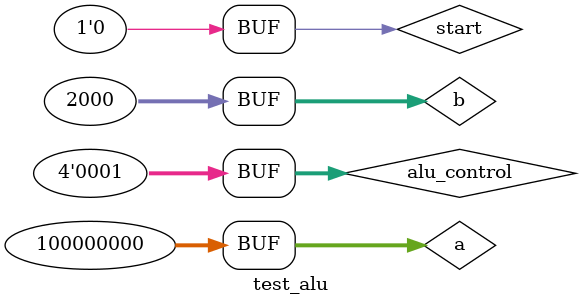
<source format=v>
module test_alu;

	// Inputs
	reg [31:0] a;
	reg [31:0] b;
	reg [3:0] alu_control;
	reg clock;
	reg start;

	// Outputs
	wire [31:0] result;
	wire [31:0] buffer;
	wire zero;

	// Instantiate the Unit Under Test (UUT)
	ALU_32 uut (
		.a(a), 
		.b(b), 
		.alu_control(alu_control), 
		.start(start), 
		.result(result), 
		.buffer(buffer), 
		.zero(zero)
	);

	initial begin
		// Initialize Inputs
		a = 100000000;
		b = 2000;
		alu_control = 4'b0001;
		start = 1;
		#50 start = 0;
		#320;

		// Wait 100 ns for global reset to finish
		// #100;
        
		// Add stimulus here

	end
      
endmodule
</source>
